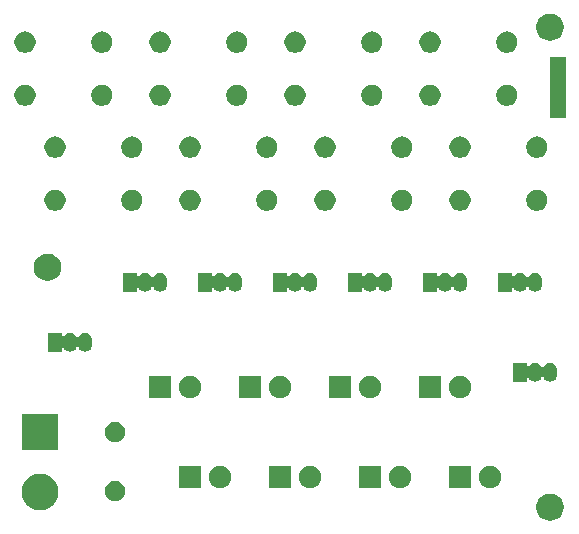
<source format=gts>
G04 #@! TF.GenerationSoftware,KiCad,Pcbnew,(5.1.2)-1*
G04 #@! TF.CreationDate,2019-05-02T22:44:15-07:00*
G04 #@! TF.ProjectId,gen3piano,67656e33-7069-4616-9e6f-2e6b69636164,rev?*
G04 #@! TF.SameCoordinates,PXe88b40PYc1c960*
G04 #@! TF.FileFunction,Soldermask,Top*
G04 #@! TF.FilePolarity,Negative*
%FSLAX46Y46*%
G04 Gerber Fmt 4.6, Leading zero omitted, Abs format (unit mm)*
G04 Created by KiCad (PCBNEW (5.1.2)-1) date 2019-05-02 22:44:15*
%MOMM*%
%LPD*%
G04 APERTURE LIST*
%ADD10C,0.100000*%
G04 APERTURE END LIST*
D10*
G36*
X48260000Y-10160000D02*
G01*
X46990000Y-10160000D01*
X46990000Y-5080000D01*
X48260000Y-5080000D01*
X48260000Y-10160000D01*
G37*
X48260000Y-10160000D02*
X46990000Y-10160000D01*
X46990000Y-5080000D01*
X48260000Y-5080000D01*
X48260000Y-10160000D01*
G36*
X47214549Y-42051116D02*
G01*
X47325734Y-42073232D01*
X47535203Y-42159997D01*
X47723720Y-42285960D01*
X47884040Y-42446280D01*
X47976160Y-42584148D01*
X48010004Y-42634799D01*
X48014094Y-42644674D01*
X48096768Y-42844266D01*
X48141000Y-43066636D01*
X48141000Y-43293364D01*
X48096768Y-43515734D01*
X48010003Y-43725203D01*
X47884040Y-43913720D01*
X47723720Y-44074040D01*
X47535203Y-44200003D01*
X47325734Y-44286768D01*
X47214549Y-44308884D01*
X47103365Y-44331000D01*
X46876635Y-44331000D01*
X46765451Y-44308884D01*
X46654266Y-44286768D01*
X46444797Y-44200003D01*
X46256280Y-44074040D01*
X46095960Y-43913720D01*
X45969997Y-43725203D01*
X45883232Y-43515734D01*
X45839000Y-43293364D01*
X45839000Y-43066636D01*
X45883232Y-42844266D01*
X45965906Y-42644674D01*
X45969996Y-42634799D01*
X46003840Y-42584148D01*
X46095960Y-42446280D01*
X46256280Y-42285960D01*
X46444797Y-42159997D01*
X46654266Y-42073232D01*
X46765451Y-42051116D01*
X46876635Y-42029000D01*
X47103365Y-42029000D01*
X47214549Y-42051116D01*
X47214549Y-42051116D01*
G37*
G36*
X3980879Y-40362604D02*
G01*
X4262410Y-40418604D01*
X4544674Y-40535521D01*
X4798705Y-40705259D01*
X5014741Y-40921295D01*
X5184479Y-41175326D01*
X5301396Y-41457590D01*
X5361000Y-41757240D01*
X5361000Y-42062760D01*
X5301396Y-42362410D01*
X5184479Y-42644674D01*
X5014741Y-42898705D01*
X4798705Y-43114741D01*
X4544674Y-43284479D01*
X4262410Y-43401396D01*
X4112585Y-43431198D01*
X3962761Y-43461000D01*
X3657239Y-43461000D01*
X3507415Y-43431198D01*
X3357590Y-43401396D01*
X3075326Y-43284479D01*
X2821295Y-43114741D01*
X2605259Y-42898705D01*
X2435521Y-42644674D01*
X2318604Y-42362410D01*
X2259000Y-42062760D01*
X2259000Y-41757240D01*
X2318604Y-41457590D01*
X2435521Y-41175326D01*
X2605259Y-40921295D01*
X2821295Y-40705259D01*
X3075326Y-40535521D01*
X3357590Y-40418604D01*
X3639121Y-40362604D01*
X3657239Y-40359000D01*
X3962761Y-40359000D01*
X3980879Y-40362604D01*
X3980879Y-40362604D01*
G37*
G36*
X10408228Y-41011703D02*
G01*
X10563100Y-41075853D01*
X10702481Y-41168985D01*
X10821015Y-41287519D01*
X10914147Y-41426900D01*
X10978297Y-41581772D01*
X11011000Y-41746184D01*
X11011000Y-41913816D01*
X10978297Y-42078228D01*
X10914147Y-42233100D01*
X10821015Y-42372481D01*
X10702481Y-42491015D01*
X10563100Y-42584147D01*
X10408228Y-42648297D01*
X10243816Y-42681000D01*
X10076184Y-42681000D01*
X9911772Y-42648297D01*
X9756900Y-42584147D01*
X9617519Y-42491015D01*
X9498985Y-42372481D01*
X9405853Y-42233100D01*
X9341703Y-42078228D01*
X9309000Y-41913816D01*
X9309000Y-41746184D01*
X9341703Y-41581772D01*
X9405853Y-41426900D01*
X9498985Y-41287519D01*
X9617519Y-41168985D01*
X9756900Y-41075853D01*
X9911772Y-41011703D01*
X10076184Y-40979000D01*
X10243816Y-40979000D01*
X10408228Y-41011703D01*
X10408228Y-41011703D01*
G37*
G36*
X34567395Y-39725546D02*
G01*
X34740466Y-39797234D01*
X34740467Y-39797235D01*
X34896227Y-39901310D01*
X35028690Y-40033773D01*
X35028691Y-40033775D01*
X35132766Y-40189534D01*
X35204454Y-40362605D01*
X35241000Y-40546333D01*
X35241000Y-40733667D01*
X35204454Y-40917395D01*
X35132766Y-41090466D01*
X35132765Y-41090467D01*
X35028690Y-41246227D01*
X34896227Y-41378690D01*
X34824075Y-41426900D01*
X34740466Y-41482766D01*
X34567395Y-41554454D01*
X34383667Y-41591000D01*
X34196333Y-41591000D01*
X34012605Y-41554454D01*
X33839534Y-41482766D01*
X33755925Y-41426900D01*
X33683773Y-41378690D01*
X33551310Y-41246227D01*
X33447235Y-41090467D01*
X33447234Y-41090466D01*
X33375546Y-40917395D01*
X33339000Y-40733667D01*
X33339000Y-40546333D01*
X33375546Y-40362605D01*
X33447234Y-40189534D01*
X33551309Y-40033775D01*
X33551310Y-40033773D01*
X33683773Y-39901310D01*
X33839533Y-39797235D01*
X33839534Y-39797234D01*
X34012605Y-39725546D01*
X34196333Y-39689000D01*
X34383667Y-39689000D01*
X34567395Y-39725546D01*
X34567395Y-39725546D01*
G37*
G36*
X42187395Y-39725546D02*
G01*
X42360466Y-39797234D01*
X42360467Y-39797235D01*
X42516227Y-39901310D01*
X42648690Y-40033773D01*
X42648691Y-40033775D01*
X42752766Y-40189534D01*
X42824454Y-40362605D01*
X42861000Y-40546333D01*
X42861000Y-40733667D01*
X42824454Y-40917395D01*
X42752766Y-41090466D01*
X42752765Y-41090467D01*
X42648690Y-41246227D01*
X42516227Y-41378690D01*
X42444075Y-41426900D01*
X42360466Y-41482766D01*
X42187395Y-41554454D01*
X42003667Y-41591000D01*
X41816333Y-41591000D01*
X41632605Y-41554454D01*
X41459534Y-41482766D01*
X41375925Y-41426900D01*
X41303773Y-41378690D01*
X41171310Y-41246227D01*
X41067235Y-41090467D01*
X41067234Y-41090466D01*
X40995546Y-40917395D01*
X40959000Y-40733667D01*
X40959000Y-40546333D01*
X40995546Y-40362605D01*
X41067234Y-40189534D01*
X41171309Y-40033775D01*
X41171310Y-40033773D01*
X41303773Y-39901310D01*
X41459533Y-39797235D01*
X41459534Y-39797234D01*
X41632605Y-39725546D01*
X41816333Y-39689000D01*
X42003667Y-39689000D01*
X42187395Y-39725546D01*
X42187395Y-39725546D01*
G37*
G36*
X40321000Y-41591000D02*
G01*
X38419000Y-41591000D01*
X38419000Y-39689000D01*
X40321000Y-39689000D01*
X40321000Y-41591000D01*
X40321000Y-41591000D01*
G37*
G36*
X32701000Y-41591000D02*
G01*
X30799000Y-41591000D01*
X30799000Y-39689000D01*
X32701000Y-39689000D01*
X32701000Y-41591000D01*
X32701000Y-41591000D01*
G37*
G36*
X26947395Y-39725546D02*
G01*
X27120466Y-39797234D01*
X27120467Y-39797235D01*
X27276227Y-39901310D01*
X27408690Y-40033773D01*
X27408691Y-40033775D01*
X27512766Y-40189534D01*
X27584454Y-40362605D01*
X27621000Y-40546333D01*
X27621000Y-40733667D01*
X27584454Y-40917395D01*
X27512766Y-41090466D01*
X27512765Y-41090467D01*
X27408690Y-41246227D01*
X27276227Y-41378690D01*
X27204075Y-41426900D01*
X27120466Y-41482766D01*
X26947395Y-41554454D01*
X26763667Y-41591000D01*
X26576333Y-41591000D01*
X26392605Y-41554454D01*
X26219534Y-41482766D01*
X26135925Y-41426900D01*
X26063773Y-41378690D01*
X25931310Y-41246227D01*
X25827235Y-41090467D01*
X25827234Y-41090466D01*
X25755546Y-40917395D01*
X25719000Y-40733667D01*
X25719000Y-40546333D01*
X25755546Y-40362605D01*
X25827234Y-40189534D01*
X25931309Y-40033775D01*
X25931310Y-40033773D01*
X26063773Y-39901310D01*
X26219533Y-39797235D01*
X26219534Y-39797234D01*
X26392605Y-39725546D01*
X26576333Y-39689000D01*
X26763667Y-39689000D01*
X26947395Y-39725546D01*
X26947395Y-39725546D01*
G37*
G36*
X25081000Y-41591000D02*
G01*
X23179000Y-41591000D01*
X23179000Y-39689000D01*
X25081000Y-39689000D01*
X25081000Y-41591000D01*
X25081000Y-41591000D01*
G37*
G36*
X19327395Y-39725546D02*
G01*
X19500466Y-39797234D01*
X19500467Y-39797235D01*
X19656227Y-39901310D01*
X19788690Y-40033773D01*
X19788691Y-40033775D01*
X19892766Y-40189534D01*
X19964454Y-40362605D01*
X20001000Y-40546333D01*
X20001000Y-40733667D01*
X19964454Y-40917395D01*
X19892766Y-41090466D01*
X19892765Y-41090467D01*
X19788690Y-41246227D01*
X19656227Y-41378690D01*
X19584075Y-41426900D01*
X19500466Y-41482766D01*
X19327395Y-41554454D01*
X19143667Y-41591000D01*
X18956333Y-41591000D01*
X18772605Y-41554454D01*
X18599534Y-41482766D01*
X18515925Y-41426900D01*
X18443773Y-41378690D01*
X18311310Y-41246227D01*
X18207235Y-41090467D01*
X18207234Y-41090466D01*
X18135546Y-40917395D01*
X18099000Y-40733667D01*
X18099000Y-40546333D01*
X18135546Y-40362605D01*
X18207234Y-40189534D01*
X18311309Y-40033775D01*
X18311310Y-40033773D01*
X18443773Y-39901310D01*
X18599533Y-39797235D01*
X18599534Y-39797234D01*
X18772605Y-39725546D01*
X18956333Y-39689000D01*
X19143667Y-39689000D01*
X19327395Y-39725546D01*
X19327395Y-39725546D01*
G37*
G36*
X17461000Y-41591000D02*
G01*
X15559000Y-41591000D01*
X15559000Y-39689000D01*
X17461000Y-39689000D01*
X17461000Y-41591000D01*
X17461000Y-41591000D01*
G37*
G36*
X5361000Y-38381000D02*
G01*
X2259000Y-38381000D01*
X2259000Y-35279000D01*
X5361000Y-35279000D01*
X5361000Y-38381000D01*
X5361000Y-38381000D01*
G37*
G36*
X10408228Y-36011703D02*
G01*
X10563100Y-36075853D01*
X10702481Y-36168985D01*
X10821015Y-36287519D01*
X10914147Y-36426900D01*
X10978297Y-36581772D01*
X11011000Y-36746184D01*
X11011000Y-36913816D01*
X10978297Y-37078228D01*
X10914147Y-37233100D01*
X10821015Y-37372481D01*
X10702481Y-37491015D01*
X10563100Y-37584147D01*
X10408228Y-37648297D01*
X10243816Y-37681000D01*
X10076184Y-37681000D01*
X9911772Y-37648297D01*
X9756900Y-37584147D01*
X9617519Y-37491015D01*
X9498985Y-37372481D01*
X9405853Y-37233100D01*
X9341703Y-37078228D01*
X9309000Y-36913816D01*
X9309000Y-36746184D01*
X9341703Y-36581772D01*
X9405853Y-36426900D01*
X9498985Y-36287519D01*
X9617519Y-36168985D01*
X9756900Y-36075853D01*
X9911772Y-36011703D01*
X10076184Y-35979000D01*
X10243816Y-35979000D01*
X10408228Y-36011703D01*
X10408228Y-36011703D01*
G37*
G36*
X30161000Y-33971000D02*
G01*
X28259000Y-33971000D01*
X28259000Y-32069000D01*
X30161000Y-32069000D01*
X30161000Y-33971000D01*
X30161000Y-33971000D01*
G37*
G36*
X14921000Y-33971000D02*
G01*
X13019000Y-33971000D01*
X13019000Y-32069000D01*
X14921000Y-32069000D01*
X14921000Y-33971000D01*
X14921000Y-33971000D01*
G37*
G36*
X16787395Y-32105546D02*
G01*
X16960466Y-32177234D01*
X16989292Y-32196495D01*
X17116227Y-32281310D01*
X17248690Y-32413773D01*
X17248691Y-32413775D01*
X17352766Y-32569534D01*
X17424454Y-32742605D01*
X17461000Y-32926333D01*
X17461000Y-33113667D01*
X17424454Y-33297395D01*
X17352766Y-33470466D01*
X17352765Y-33470467D01*
X17248690Y-33626227D01*
X17116227Y-33758690D01*
X17037818Y-33811081D01*
X16960466Y-33862766D01*
X16787395Y-33934454D01*
X16603667Y-33971000D01*
X16416333Y-33971000D01*
X16232605Y-33934454D01*
X16059534Y-33862766D01*
X15982182Y-33811081D01*
X15903773Y-33758690D01*
X15771310Y-33626227D01*
X15667235Y-33470467D01*
X15667234Y-33470466D01*
X15595546Y-33297395D01*
X15559000Y-33113667D01*
X15559000Y-32926333D01*
X15595546Y-32742605D01*
X15667234Y-32569534D01*
X15771309Y-32413775D01*
X15771310Y-32413773D01*
X15903773Y-32281310D01*
X16030708Y-32196495D01*
X16059534Y-32177234D01*
X16232605Y-32105546D01*
X16416333Y-32069000D01*
X16603667Y-32069000D01*
X16787395Y-32105546D01*
X16787395Y-32105546D01*
G37*
G36*
X22541000Y-33971000D02*
G01*
X20639000Y-33971000D01*
X20639000Y-32069000D01*
X22541000Y-32069000D01*
X22541000Y-33971000D01*
X22541000Y-33971000D01*
G37*
G36*
X24407395Y-32105546D02*
G01*
X24580466Y-32177234D01*
X24609292Y-32196495D01*
X24736227Y-32281310D01*
X24868690Y-32413773D01*
X24868691Y-32413775D01*
X24972766Y-32569534D01*
X25044454Y-32742605D01*
X25081000Y-32926333D01*
X25081000Y-33113667D01*
X25044454Y-33297395D01*
X24972766Y-33470466D01*
X24972765Y-33470467D01*
X24868690Y-33626227D01*
X24736227Y-33758690D01*
X24657818Y-33811081D01*
X24580466Y-33862766D01*
X24407395Y-33934454D01*
X24223667Y-33971000D01*
X24036333Y-33971000D01*
X23852605Y-33934454D01*
X23679534Y-33862766D01*
X23602182Y-33811081D01*
X23523773Y-33758690D01*
X23391310Y-33626227D01*
X23287235Y-33470467D01*
X23287234Y-33470466D01*
X23215546Y-33297395D01*
X23179000Y-33113667D01*
X23179000Y-32926333D01*
X23215546Y-32742605D01*
X23287234Y-32569534D01*
X23391309Y-32413775D01*
X23391310Y-32413773D01*
X23523773Y-32281310D01*
X23650708Y-32196495D01*
X23679534Y-32177234D01*
X23852605Y-32105546D01*
X24036333Y-32069000D01*
X24223667Y-32069000D01*
X24407395Y-32105546D01*
X24407395Y-32105546D01*
G37*
G36*
X39647395Y-32105546D02*
G01*
X39820466Y-32177234D01*
X39849292Y-32196495D01*
X39976227Y-32281310D01*
X40108690Y-32413773D01*
X40108691Y-32413775D01*
X40212766Y-32569534D01*
X40284454Y-32742605D01*
X40321000Y-32926333D01*
X40321000Y-33113667D01*
X40284454Y-33297395D01*
X40212766Y-33470466D01*
X40212765Y-33470467D01*
X40108690Y-33626227D01*
X39976227Y-33758690D01*
X39897818Y-33811081D01*
X39820466Y-33862766D01*
X39647395Y-33934454D01*
X39463667Y-33971000D01*
X39276333Y-33971000D01*
X39092605Y-33934454D01*
X38919534Y-33862766D01*
X38842182Y-33811081D01*
X38763773Y-33758690D01*
X38631310Y-33626227D01*
X38527235Y-33470467D01*
X38527234Y-33470466D01*
X38455546Y-33297395D01*
X38419000Y-33113667D01*
X38419000Y-32926333D01*
X38455546Y-32742605D01*
X38527234Y-32569534D01*
X38631309Y-32413775D01*
X38631310Y-32413773D01*
X38763773Y-32281310D01*
X38890708Y-32196495D01*
X38919534Y-32177234D01*
X39092605Y-32105546D01*
X39276333Y-32069000D01*
X39463667Y-32069000D01*
X39647395Y-32105546D01*
X39647395Y-32105546D01*
G37*
G36*
X37781000Y-33971000D02*
G01*
X35879000Y-33971000D01*
X35879000Y-32069000D01*
X37781000Y-32069000D01*
X37781000Y-33971000D01*
X37781000Y-33971000D01*
G37*
G36*
X32027395Y-32105546D02*
G01*
X32200466Y-32177234D01*
X32229292Y-32196495D01*
X32356227Y-32281310D01*
X32488690Y-32413773D01*
X32488691Y-32413775D01*
X32592766Y-32569534D01*
X32664454Y-32742605D01*
X32701000Y-32926333D01*
X32701000Y-33113667D01*
X32664454Y-33297395D01*
X32592766Y-33470466D01*
X32592765Y-33470467D01*
X32488690Y-33626227D01*
X32356227Y-33758690D01*
X32277818Y-33811081D01*
X32200466Y-33862766D01*
X32027395Y-33934454D01*
X31843667Y-33971000D01*
X31656333Y-33971000D01*
X31472605Y-33934454D01*
X31299534Y-33862766D01*
X31222182Y-33811081D01*
X31143773Y-33758690D01*
X31011310Y-33626227D01*
X30907235Y-33470467D01*
X30907234Y-33470466D01*
X30835546Y-33297395D01*
X30799000Y-33113667D01*
X30799000Y-32926333D01*
X30835546Y-32742605D01*
X30907234Y-32569534D01*
X31011309Y-32413775D01*
X31011310Y-32413773D01*
X31143773Y-32281310D01*
X31270708Y-32196495D01*
X31299534Y-32177234D01*
X31472605Y-32105546D01*
X31656333Y-32069000D01*
X31843667Y-32069000D01*
X32027395Y-32105546D01*
X32027395Y-32105546D01*
G37*
G36*
X47102915Y-30957334D02*
G01*
X47211491Y-30990271D01*
X47211494Y-30990272D01*
X47247600Y-31009571D01*
X47311556Y-31043756D01*
X47399264Y-31115736D01*
X47471244Y-31203443D01*
X47505429Y-31267399D01*
X47524728Y-31303505D01*
X47524729Y-31303508D01*
X47557666Y-31412084D01*
X47566000Y-31496702D01*
X47566000Y-32003297D01*
X47557666Y-32087916D01*
X47525252Y-32194767D01*
X47524728Y-32196495D01*
X47514761Y-32215141D01*
X47471244Y-32296557D01*
X47399264Y-32384264D01*
X47311557Y-32456244D01*
X47247601Y-32490429D01*
X47211495Y-32509728D01*
X47211492Y-32509729D01*
X47102916Y-32542666D01*
X46990000Y-32553787D01*
X46877085Y-32542666D01*
X46768509Y-32509729D01*
X46768506Y-32509728D01*
X46732400Y-32490429D01*
X46668444Y-32456244D01*
X46580737Y-32384264D01*
X46508757Y-32296557D01*
X46465239Y-32215141D01*
X46451625Y-32194766D01*
X46434298Y-32177439D01*
X46413924Y-32163826D01*
X46391285Y-32154448D01*
X46367252Y-32149668D01*
X46342748Y-32149668D01*
X46318715Y-32154448D01*
X46296076Y-32163826D01*
X46275701Y-32177440D01*
X46258374Y-32194767D01*
X46244761Y-32215141D01*
X46201244Y-32296557D01*
X46129264Y-32384264D01*
X46041557Y-32456244D01*
X45977601Y-32490429D01*
X45941495Y-32509728D01*
X45941492Y-32509729D01*
X45832916Y-32542666D01*
X45720000Y-32553787D01*
X45607085Y-32542666D01*
X45498509Y-32509729D01*
X45498506Y-32509728D01*
X45462400Y-32490429D01*
X45398444Y-32456244D01*
X45310737Y-32384264D01*
X45247622Y-32307359D01*
X45230297Y-32290034D01*
X45209923Y-32276420D01*
X45187284Y-32267043D01*
X45163250Y-32262263D01*
X45138746Y-32262263D01*
X45114713Y-32267044D01*
X45092074Y-32276421D01*
X45071700Y-32290035D01*
X45054373Y-32307362D01*
X45040759Y-32327736D01*
X45031382Y-32350375D01*
X45026000Y-32386660D01*
X45026000Y-32551000D01*
X43874000Y-32551000D01*
X43874000Y-30949000D01*
X45026000Y-30949000D01*
X45026000Y-31113341D01*
X45028402Y-31137727D01*
X45035515Y-31161176D01*
X45047066Y-31182787D01*
X45062611Y-31201729D01*
X45081553Y-31217274D01*
X45103164Y-31228825D01*
X45126613Y-31235938D01*
X45150999Y-31238340D01*
X45175385Y-31235938D01*
X45198834Y-31228825D01*
X45220445Y-31217274D01*
X45239387Y-31201729D01*
X45247608Y-31192657D01*
X45310736Y-31115736D01*
X45398443Y-31043756D01*
X45462399Y-31009571D01*
X45498505Y-30990272D01*
X45498508Y-30990271D01*
X45607084Y-30957334D01*
X45720000Y-30946213D01*
X45832915Y-30957334D01*
X45941491Y-30990271D01*
X45941494Y-30990272D01*
X45977600Y-31009571D01*
X46041556Y-31043756D01*
X46129264Y-31115736D01*
X46201244Y-31203443D01*
X46244761Y-31284859D01*
X46258375Y-31305234D01*
X46275702Y-31322561D01*
X46296076Y-31336174D01*
X46318715Y-31345552D01*
X46342748Y-31350332D01*
X46367252Y-31350332D01*
X46391285Y-31345552D01*
X46413924Y-31336174D01*
X46434299Y-31322560D01*
X46451626Y-31305233D01*
X46465239Y-31284860D01*
X46508756Y-31203444D01*
X46580736Y-31115736D01*
X46668443Y-31043756D01*
X46732399Y-31009571D01*
X46768505Y-30990272D01*
X46768508Y-30990271D01*
X46877084Y-30957334D01*
X46990000Y-30946213D01*
X47102915Y-30957334D01*
X47102915Y-30957334D01*
G37*
G36*
X7732915Y-28417334D02*
G01*
X7841491Y-28450271D01*
X7841494Y-28450272D01*
X7877600Y-28469571D01*
X7941556Y-28503756D01*
X8029264Y-28575736D01*
X8101244Y-28663443D01*
X8135429Y-28727399D01*
X8154728Y-28763505D01*
X8154729Y-28763508D01*
X8187666Y-28872084D01*
X8196000Y-28956702D01*
X8196000Y-29463297D01*
X8187666Y-29547916D01*
X8155252Y-29654767D01*
X8154728Y-29656495D01*
X8144761Y-29675141D01*
X8101244Y-29756557D01*
X8029264Y-29844264D01*
X7941557Y-29916244D01*
X7877601Y-29950429D01*
X7841495Y-29969728D01*
X7841492Y-29969729D01*
X7732916Y-30002666D01*
X7620000Y-30013787D01*
X7507085Y-30002666D01*
X7398509Y-29969729D01*
X7398506Y-29969728D01*
X7362400Y-29950429D01*
X7298444Y-29916244D01*
X7210737Y-29844264D01*
X7138757Y-29756557D01*
X7095239Y-29675141D01*
X7081625Y-29654766D01*
X7064298Y-29637439D01*
X7043924Y-29623826D01*
X7021285Y-29614448D01*
X6997252Y-29609668D01*
X6972748Y-29609668D01*
X6948715Y-29614448D01*
X6926076Y-29623826D01*
X6905701Y-29637440D01*
X6888374Y-29654767D01*
X6874761Y-29675141D01*
X6831244Y-29756557D01*
X6759264Y-29844264D01*
X6671557Y-29916244D01*
X6607601Y-29950429D01*
X6571495Y-29969728D01*
X6571492Y-29969729D01*
X6462916Y-30002666D01*
X6350000Y-30013787D01*
X6237085Y-30002666D01*
X6128509Y-29969729D01*
X6128506Y-29969728D01*
X6092400Y-29950429D01*
X6028444Y-29916244D01*
X5940737Y-29844264D01*
X5877622Y-29767359D01*
X5860297Y-29750034D01*
X5839923Y-29736420D01*
X5817284Y-29727043D01*
X5793250Y-29722263D01*
X5768746Y-29722263D01*
X5744713Y-29727044D01*
X5722074Y-29736421D01*
X5701700Y-29750035D01*
X5684373Y-29767362D01*
X5670759Y-29787736D01*
X5661382Y-29810375D01*
X5656000Y-29846660D01*
X5656000Y-30011000D01*
X4504000Y-30011000D01*
X4504000Y-28409000D01*
X5656000Y-28409000D01*
X5656000Y-28573341D01*
X5658402Y-28597727D01*
X5665515Y-28621176D01*
X5677066Y-28642787D01*
X5692611Y-28661729D01*
X5711553Y-28677274D01*
X5733164Y-28688825D01*
X5756613Y-28695938D01*
X5780999Y-28698340D01*
X5805385Y-28695938D01*
X5828834Y-28688825D01*
X5850445Y-28677274D01*
X5869387Y-28661729D01*
X5877608Y-28652657D01*
X5940736Y-28575736D01*
X6028443Y-28503756D01*
X6092399Y-28469571D01*
X6128505Y-28450272D01*
X6128508Y-28450271D01*
X6237084Y-28417334D01*
X6350000Y-28406213D01*
X6462915Y-28417334D01*
X6571491Y-28450271D01*
X6571494Y-28450272D01*
X6607600Y-28469571D01*
X6671556Y-28503756D01*
X6759264Y-28575736D01*
X6831244Y-28663443D01*
X6874761Y-28744859D01*
X6888375Y-28765234D01*
X6905702Y-28782561D01*
X6926076Y-28796174D01*
X6948715Y-28805552D01*
X6972748Y-28810332D01*
X6997252Y-28810332D01*
X7021285Y-28805552D01*
X7043924Y-28796174D01*
X7064299Y-28782560D01*
X7081626Y-28765233D01*
X7095239Y-28744860D01*
X7138756Y-28663444D01*
X7210736Y-28575736D01*
X7298443Y-28503756D01*
X7362399Y-28469571D01*
X7398505Y-28450272D01*
X7398508Y-28450271D01*
X7507084Y-28417334D01*
X7620000Y-28406213D01*
X7732915Y-28417334D01*
X7732915Y-28417334D01*
G37*
G36*
X20432915Y-23337334D02*
G01*
X20541491Y-23370271D01*
X20541494Y-23370272D01*
X20577600Y-23389571D01*
X20641556Y-23423756D01*
X20729264Y-23495736D01*
X20801244Y-23583443D01*
X20835429Y-23647399D01*
X20854728Y-23683505D01*
X20854729Y-23683508D01*
X20887666Y-23792084D01*
X20896000Y-23876702D01*
X20896000Y-24383297D01*
X20887666Y-24467916D01*
X20855252Y-24574767D01*
X20854728Y-24576495D01*
X20844761Y-24595141D01*
X20801244Y-24676557D01*
X20729264Y-24764264D01*
X20641557Y-24836244D01*
X20577601Y-24870429D01*
X20541495Y-24889728D01*
X20541492Y-24889729D01*
X20432916Y-24922666D01*
X20320000Y-24933787D01*
X20207085Y-24922666D01*
X20098509Y-24889729D01*
X20098506Y-24889728D01*
X20062400Y-24870429D01*
X19998444Y-24836244D01*
X19910737Y-24764264D01*
X19838757Y-24676557D01*
X19795239Y-24595141D01*
X19781625Y-24574766D01*
X19764298Y-24557439D01*
X19743924Y-24543826D01*
X19721285Y-24534448D01*
X19697252Y-24529668D01*
X19672748Y-24529668D01*
X19648715Y-24534448D01*
X19626076Y-24543826D01*
X19605701Y-24557440D01*
X19588374Y-24574767D01*
X19574761Y-24595141D01*
X19531244Y-24676557D01*
X19459264Y-24764264D01*
X19371557Y-24836244D01*
X19307601Y-24870429D01*
X19271495Y-24889728D01*
X19271492Y-24889729D01*
X19162916Y-24922666D01*
X19050000Y-24933787D01*
X18937085Y-24922666D01*
X18828509Y-24889729D01*
X18828506Y-24889728D01*
X18792400Y-24870429D01*
X18728444Y-24836244D01*
X18640737Y-24764264D01*
X18577622Y-24687359D01*
X18560297Y-24670034D01*
X18539923Y-24656420D01*
X18517284Y-24647043D01*
X18493250Y-24642263D01*
X18468746Y-24642263D01*
X18444713Y-24647044D01*
X18422074Y-24656421D01*
X18401700Y-24670035D01*
X18384373Y-24687362D01*
X18370759Y-24707736D01*
X18361382Y-24730375D01*
X18356000Y-24766660D01*
X18356000Y-24931000D01*
X17204000Y-24931000D01*
X17204000Y-23329000D01*
X18356000Y-23329000D01*
X18356000Y-23493341D01*
X18358402Y-23517727D01*
X18365515Y-23541176D01*
X18377066Y-23562787D01*
X18392611Y-23581729D01*
X18411553Y-23597274D01*
X18433164Y-23608825D01*
X18456613Y-23615938D01*
X18480999Y-23618340D01*
X18505385Y-23615938D01*
X18528834Y-23608825D01*
X18550445Y-23597274D01*
X18569387Y-23581729D01*
X18577608Y-23572657D01*
X18640736Y-23495736D01*
X18728443Y-23423756D01*
X18792399Y-23389571D01*
X18828505Y-23370272D01*
X18828508Y-23370271D01*
X18937084Y-23337334D01*
X19050000Y-23326213D01*
X19162915Y-23337334D01*
X19271491Y-23370271D01*
X19271494Y-23370272D01*
X19307600Y-23389571D01*
X19371556Y-23423756D01*
X19459264Y-23495736D01*
X19531244Y-23583443D01*
X19574761Y-23664859D01*
X19588375Y-23685234D01*
X19605702Y-23702561D01*
X19626076Y-23716174D01*
X19648715Y-23725552D01*
X19672748Y-23730332D01*
X19697252Y-23730332D01*
X19721285Y-23725552D01*
X19743924Y-23716174D01*
X19764299Y-23702560D01*
X19781626Y-23685233D01*
X19795239Y-23664860D01*
X19838756Y-23583444D01*
X19910736Y-23495736D01*
X19998443Y-23423756D01*
X20062399Y-23389571D01*
X20098505Y-23370272D01*
X20098508Y-23370271D01*
X20207084Y-23337334D01*
X20320000Y-23326213D01*
X20432915Y-23337334D01*
X20432915Y-23337334D01*
G37*
G36*
X26782915Y-23337334D02*
G01*
X26891491Y-23370271D01*
X26891494Y-23370272D01*
X26927600Y-23389571D01*
X26991556Y-23423756D01*
X27079264Y-23495736D01*
X27151244Y-23583443D01*
X27185429Y-23647399D01*
X27204728Y-23683505D01*
X27204729Y-23683508D01*
X27237666Y-23792084D01*
X27246000Y-23876702D01*
X27246000Y-24383297D01*
X27237666Y-24467916D01*
X27205252Y-24574767D01*
X27204728Y-24576495D01*
X27194761Y-24595141D01*
X27151244Y-24676557D01*
X27079264Y-24764264D01*
X26991557Y-24836244D01*
X26927601Y-24870429D01*
X26891495Y-24889728D01*
X26891492Y-24889729D01*
X26782916Y-24922666D01*
X26670000Y-24933787D01*
X26557085Y-24922666D01*
X26448509Y-24889729D01*
X26448506Y-24889728D01*
X26412400Y-24870429D01*
X26348444Y-24836244D01*
X26260737Y-24764264D01*
X26188757Y-24676557D01*
X26145239Y-24595141D01*
X26131625Y-24574766D01*
X26114298Y-24557439D01*
X26093924Y-24543826D01*
X26071285Y-24534448D01*
X26047252Y-24529668D01*
X26022748Y-24529668D01*
X25998715Y-24534448D01*
X25976076Y-24543826D01*
X25955701Y-24557440D01*
X25938374Y-24574767D01*
X25924761Y-24595141D01*
X25881244Y-24676557D01*
X25809264Y-24764264D01*
X25721557Y-24836244D01*
X25657601Y-24870429D01*
X25621495Y-24889728D01*
X25621492Y-24889729D01*
X25512916Y-24922666D01*
X25400000Y-24933787D01*
X25287085Y-24922666D01*
X25178509Y-24889729D01*
X25178506Y-24889728D01*
X25142400Y-24870429D01*
X25078444Y-24836244D01*
X24990737Y-24764264D01*
X24927622Y-24687359D01*
X24910297Y-24670034D01*
X24889923Y-24656420D01*
X24867284Y-24647043D01*
X24843250Y-24642263D01*
X24818746Y-24642263D01*
X24794713Y-24647044D01*
X24772074Y-24656421D01*
X24751700Y-24670035D01*
X24734373Y-24687362D01*
X24720759Y-24707736D01*
X24711382Y-24730375D01*
X24706000Y-24766660D01*
X24706000Y-24931000D01*
X23554000Y-24931000D01*
X23554000Y-23329000D01*
X24706000Y-23329000D01*
X24706000Y-23493341D01*
X24708402Y-23517727D01*
X24715515Y-23541176D01*
X24727066Y-23562787D01*
X24742611Y-23581729D01*
X24761553Y-23597274D01*
X24783164Y-23608825D01*
X24806613Y-23615938D01*
X24830999Y-23618340D01*
X24855385Y-23615938D01*
X24878834Y-23608825D01*
X24900445Y-23597274D01*
X24919387Y-23581729D01*
X24927608Y-23572657D01*
X24990736Y-23495736D01*
X25078443Y-23423756D01*
X25142399Y-23389571D01*
X25178505Y-23370272D01*
X25178508Y-23370271D01*
X25287084Y-23337334D01*
X25400000Y-23326213D01*
X25512915Y-23337334D01*
X25621491Y-23370271D01*
X25621494Y-23370272D01*
X25657600Y-23389571D01*
X25721556Y-23423756D01*
X25809264Y-23495736D01*
X25881244Y-23583443D01*
X25924761Y-23664859D01*
X25938375Y-23685234D01*
X25955702Y-23702561D01*
X25976076Y-23716174D01*
X25998715Y-23725552D01*
X26022748Y-23730332D01*
X26047252Y-23730332D01*
X26071285Y-23725552D01*
X26093924Y-23716174D01*
X26114299Y-23702560D01*
X26131626Y-23685233D01*
X26145239Y-23664860D01*
X26188756Y-23583444D01*
X26260736Y-23495736D01*
X26348443Y-23423756D01*
X26412399Y-23389571D01*
X26448505Y-23370272D01*
X26448508Y-23370271D01*
X26557084Y-23337334D01*
X26670000Y-23326213D01*
X26782915Y-23337334D01*
X26782915Y-23337334D01*
G37*
G36*
X33132915Y-23337334D02*
G01*
X33241491Y-23370271D01*
X33241494Y-23370272D01*
X33277600Y-23389571D01*
X33341556Y-23423756D01*
X33429264Y-23495736D01*
X33501244Y-23583443D01*
X33535429Y-23647399D01*
X33554728Y-23683505D01*
X33554729Y-23683508D01*
X33587666Y-23792084D01*
X33596000Y-23876702D01*
X33596000Y-24383297D01*
X33587666Y-24467916D01*
X33555252Y-24574767D01*
X33554728Y-24576495D01*
X33544761Y-24595141D01*
X33501244Y-24676557D01*
X33429264Y-24764264D01*
X33341557Y-24836244D01*
X33277601Y-24870429D01*
X33241495Y-24889728D01*
X33241492Y-24889729D01*
X33132916Y-24922666D01*
X33020000Y-24933787D01*
X32907085Y-24922666D01*
X32798509Y-24889729D01*
X32798506Y-24889728D01*
X32762400Y-24870429D01*
X32698444Y-24836244D01*
X32610737Y-24764264D01*
X32538757Y-24676557D01*
X32495239Y-24595141D01*
X32481625Y-24574766D01*
X32464298Y-24557439D01*
X32443924Y-24543826D01*
X32421285Y-24534448D01*
X32397252Y-24529668D01*
X32372748Y-24529668D01*
X32348715Y-24534448D01*
X32326076Y-24543826D01*
X32305701Y-24557440D01*
X32288374Y-24574767D01*
X32274761Y-24595141D01*
X32231244Y-24676557D01*
X32159264Y-24764264D01*
X32071557Y-24836244D01*
X32007601Y-24870429D01*
X31971495Y-24889728D01*
X31971492Y-24889729D01*
X31862916Y-24922666D01*
X31750000Y-24933787D01*
X31637085Y-24922666D01*
X31528509Y-24889729D01*
X31528506Y-24889728D01*
X31492400Y-24870429D01*
X31428444Y-24836244D01*
X31340737Y-24764264D01*
X31277622Y-24687359D01*
X31260297Y-24670034D01*
X31239923Y-24656420D01*
X31217284Y-24647043D01*
X31193250Y-24642263D01*
X31168746Y-24642263D01*
X31144713Y-24647044D01*
X31122074Y-24656421D01*
X31101700Y-24670035D01*
X31084373Y-24687362D01*
X31070759Y-24707736D01*
X31061382Y-24730375D01*
X31056000Y-24766660D01*
X31056000Y-24931000D01*
X29904000Y-24931000D01*
X29904000Y-23329000D01*
X31056000Y-23329000D01*
X31056000Y-23493341D01*
X31058402Y-23517727D01*
X31065515Y-23541176D01*
X31077066Y-23562787D01*
X31092611Y-23581729D01*
X31111553Y-23597274D01*
X31133164Y-23608825D01*
X31156613Y-23615938D01*
X31180999Y-23618340D01*
X31205385Y-23615938D01*
X31228834Y-23608825D01*
X31250445Y-23597274D01*
X31269387Y-23581729D01*
X31277608Y-23572657D01*
X31340736Y-23495736D01*
X31428443Y-23423756D01*
X31492399Y-23389571D01*
X31528505Y-23370272D01*
X31528508Y-23370271D01*
X31637084Y-23337334D01*
X31750000Y-23326213D01*
X31862915Y-23337334D01*
X31971491Y-23370271D01*
X31971494Y-23370272D01*
X32007600Y-23389571D01*
X32071556Y-23423756D01*
X32159264Y-23495736D01*
X32231244Y-23583443D01*
X32274761Y-23664859D01*
X32288375Y-23685234D01*
X32305702Y-23702561D01*
X32326076Y-23716174D01*
X32348715Y-23725552D01*
X32372748Y-23730332D01*
X32397252Y-23730332D01*
X32421285Y-23725552D01*
X32443924Y-23716174D01*
X32464299Y-23702560D01*
X32481626Y-23685233D01*
X32495239Y-23664860D01*
X32538756Y-23583444D01*
X32610736Y-23495736D01*
X32698443Y-23423756D01*
X32762399Y-23389571D01*
X32798505Y-23370272D01*
X32798508Y-23370271D01*
X32907084Y-23337334D01*
X33020000Y-23326213D01*
X33132915Y-23337334D01*
X33132915Y-23337334D01*
G37*
G36*
X14082915Y-23337334D02*
G01*
X14191491Y-23370271D01*
X14191494Y-23370272D01*
X14227600Y-23389571D01*
X14291556Y-23423756D01*
X14379264Y-23495736D01*
X14451244Y-23583443D01*
X14485429Y-23647399D01*
X14504728Y-23683505D01*
X14504729Y-23683508D01*
X14537666Y-23792084D01*
X14546000Y-23876702D01*
X14546000Y-24383297D01*
X14537666Y-24467916D01*
X14505252Y-24574767D01*
X14504728Y-24576495D01*
X14494761Y-24595141D01*
X14451244Y-24676557D01*
X14379264Y-24764264D01*
X14291557Y-24836244D01*
X14227601Y-24870429D01*
X14191495Y-24889728D01*
X14191492Y-24889729D01*
X14082916Y-24922666D01*
X13970000Y-24933787D01*
X13857085Y-24922666D01*
X13748509Y-24889729D01*
X13748506Y-24889728D01*
X13712400Y-24870429D01*
X13648444Y-24836244D01*
X13560737Y-24764264D01*
X13488757Y-24676557D01*
X13445239Y-24595141D01*
X13431625Y-24574766D01*
X13414298Y-24557439D01*
X13393924Y-24543826D01*
X13371285Y-24534448D01*
X13347252Y-24529668D01*
X13322748Y-24529668D01*
X13298715Y-24534448D01*
X13276076Y-24543826D01*
X13255701Y-24557440D01*
X13238374Y-24574767D01*
X13224761Y-24595141D01*
X13181244Y-24676557D01*
X13109264Y-24764264D01*
X13021557Y-24836244D01*
X12957601Y-24870429D01*
X12921495Y-24889728D01*
X12921492Y-24889729D01*
X12812916Y-24922666D01*
X12700000Y-24933787D01*
X12587085Y-24922666D01*
X12478509Y-24889729D01*
X12478506Y-24889728D01*
X12442400Y-24870429D01*
X12378444Y-24836244D01*
X12290737Y-24764264D01*
X12227622Y-24687359D01*
X12210297Y-24670034D01*
X12189923Y-24656420D01*
X12167284Y-24647043D01*
X12143250Y-24642263D01*
X12118746Y-24642263D01*
X12094713Y-24647044D01*
X12072074Y-24656421D01*
X12051700Y-24670035D01*
X12034373Y-24687362D01*
X12020759Y-24707736D01*
X12011382Y-24730375D01*
X12006000Y-24766660D01*
X12006000Y-24931000D01*
X10854000Y-24931000D01*
X10854000Y-23329000D01*
X12006000Y-23329000D01*
X12006000Y-23493341D01*
X12008402Y-23517727D01*
X12015515Y-23541176D01*
X12027066Y-23562787D01*
X12042611Y-23581729D01*
X12061553Y-23597274D01*
X12083164Y-23608825D01*
X12106613Y-23615938D01*
X12130999Y-23618340D01*
X12155385Y-23615938D01*
X12178834Y-23608825D01*
X12200445Y-23597274D01*
X12219387Y-23581729D01*
X12227608Y-23572657D01*
X12290736Y-23495736D01*
X12378443Y-23423756D01*
X12442399Y-23389571D01*
X12478505Y-23370272D01*
X12478508Y-23370271D01*
X12587084Y-23337334D01*
X12700000Y-23326213D01*
X12812915Y-23337334D01*
X12921491Y-23370271D01*
X12921494Y-23370272D01*
X12957600Y-23389571D01*
X13021556Y-23423756D01*
X13109264Y-23495736D01*
X13181244Y-23583443D01*
X13224761Y-23664859D01*
X13238375Y-23685234D01*
X13255702Y-23702561D01*
X13276076Y-23716174D01*
X13298715Y-23725552D01*
X13322748Y-23730332D01*
X13347252Y-23730332D01*
X13371285Y-23725552D01*
X13393924Y-23716174D01*
X13414299Y-23702560D01*
X13431626Y-23685233D01*
X13445239Y-23664860D01*
X13488756Y-23583444D01*
X13560736Y-23495736D01*
X13648443Y-23423756D01*
X13712399Y-23389571D01*
X13748505Y-23370272D01*
X13748508Y-23370271D01*
X13857084Y-23337334D01*
X13970000Y-23326213D01*
X14082915Y-23337334D01*
X14082915Y-23337334D01*
G37*
G36*
X39482915Y-23337334D02*
G01*
X39591491Y-23370271D01*
X39591494Y-23370272D01*
X39627600Y-23389571D01*
X39691556Y-23423756D01*
X39779264Y-23495736D01*
X39851244Y-23583443D01*
X39885429Y-23647399D01*
X39904728Y-23683505D01*
X39904729Y-23683508D01*
X39937666Y-23792084D01*
X39946000Y-23876702D01*
X39946000Y-24383297D01*
X39937666Y-24467916D01*
X39905252Y-24574767D01*
X39904728Y-24576495D01*
X39894761Y-24595141D01*
X39851244Y-24676557D01*
X39779264Y-24764264D01*
X39691557Y-24836244D01*
X39627601Y-24870429D01*
X39591495Y-24889728D01*
X39591492Y-24889729D01*
X39482916Y-24922666D01*
X39370000Y-24933787D01*
X39257085Y-24922666D01*
X39148509Y-24889729D01*
X39148506Y-24889728D01*
X39112400Y-24870429D01*
X39048444Y-24836244D01*
X38960737Y-24764264D01*
X38888757Y-24676557D01*
X38845239Y-24595141D01*
X38831625Y-24574766D01*
X38814298Y-24557439D01*
X38793924Y-24543826D01*
X38771285Y-24534448D01*
X38747252Y-24529668D01*
X38722748Y-24529668D01*
X38698715Y-24534448D01*
X38676076Y-24543826D01*
X38655701Y-24557440D01*
X38638374Y-24574767D01*
X38624761Y-24595141D01*
X38581244Y-24676557D01*
X38509264Y-24764264D01*
X38421557Y-24836244D01*
X38357601Y-24870429D01*
X38321495Y-24889728D01*
X38321492Y-24889729D01*
X38212916Y-24922666D01*
X38100000Y-24933787D01*
X37987085Y-24922666D01*
X37878509Y-24889729D01*
X37878506Y-24889728D01*
X37842400Y-24870429D01*
X37778444Y-24836244D01*
X37690737Y-24764264D01*
X37627622Y-24687359D01*
X37610297Y-24670034D01*
X37589923Y-24656420D01*
X37567284Y-24647043D01*
X37543250Y-24642263D01*
X37518746Y-24642263D01*
X37494713Y-24647044D01*
X37472074Y-24656421D01*
X37451700Y-24670035D01*
X37434373Y-24687362D01*
X37420759Y-24707736D01*
X37411382Y-24730375D01*
X37406000Y-24766660D01*
X37406000Y-24931000D01*
X36254000Y-24931000D01*
X36254000Y-23329000D01*
X37406000Y-23329000D01*
X37406000Y-23493341D01*
X37408402Y-23517727D01*
X37415515Y-23541176D01*
X37427066Y-23562787D01*
X37442611Y-23581729D01*
X37461553Y-23597274D01*
X37483164Y-23608825D01*
X37506613Y-23615938D01*
X37530999Y-23618340D01*
X37555385Y-23615938D01*
X37578834Y-23608825D01*
X37600445Y-23597274D01*
X37619387Y-23581729D01*
X37627608Y-23572657D01*
X37690736Y-23495736D01*
X37778443Y-23423756D01*
X37842399Y-23389571D01*
X37878505Y-23370272D01*
X37878508Y-23370271D01*
X37987084Y-23337334D01*
X38100000Y-23326213D01*
X38212915Y-23337334D01*
X38321491Y-23370271D01*
X38321494Y-23370272D01*
X38357600Y-23389571D01*
X38421556Y-23423756D01*
X38509264Y-23495736D01*
X38581244Y-23583443D01*
X38624761Y-23664859D01*
X38638375Y-23685234D01*
X38655702Y-23702561D01*
X38676076Y-23716174D01*
X38698715Y-23725552D01*
X38722748Y-23730332D01*
X38747252Y-23730332D01*
X38771285Y-23725552D01*
X38793924Y-23716174D01*
X38814299Y-23702560D01*
X38831626Y-23685233D01*
X38845239Y-23664860D01*
X38888756Y-23583444D01*
X38960736Y-23495736D01*
X39048443Y-23423756D01*
X39112399Y-23389571D01*
X39148505Y-23370272D01*
X39148508Y-23370271D01*
X39257084Y-23337334D01*
X39370000Y-23326213D01*
X39482915Y-23337334D01*
X39482915Y-23337334D01*
G37*
G36*
X45832915Y-23337334D02*
G01*
X45941491Y-23370271D01*
X45941494Y-23370272D01*
X45977600Y-23389571D01*
X46041556Y-23423756D01*
X46129264Y-23495736D01*
X46201244Y-23583443D01*
X46235429Y-23647399D01*
X46254728Y-23683505D01*
X46254729Y-23683508D01*
X46287666Y-23792084D01*
X46296000Y-23876702D01*
X46296000Y-24383297D01*
X46287666Y-24467916D01*
X46255252Y-24574767D01*
X46254728Y-24576495D01*
X46244761Y-24595141D01*
X46201244Y-24676557D01*
X46129264Y-24764264D01*
X46041557Y-24836244D01*
X45977601Y-24870429D01*
X45941495Y-24889728D01*
X45941492Y-24889729D01*
X45832916Y-24922666D01*
X45720000Y-24933787D01*
X45607085Y-24922666D01*
X45498509Y-24889729D01*
X45498506Y-24889728D01*
X45462400Y-24870429D01*
X45398444Y-24836244D01*
X45310737Y-24764264D01*
X45238757Y-24676557D01*
X45195239Y-24595141D01*
X45181625Y-24574766D01*
X45164298Y-24557439D01*
X45143924Y-24543826D01*
X45121285Y-24534448D01*
X45097252Y-24529668D01*
X45072748Y-24529668D01*
X45048715Y-24534448D01*
X45026076Y-24543826D01*
X45005701Y-24557440D01*
X44988374Y-24574767D01*
X44974761Y-24595141D01*
X44931244Y-24676557D01*
X44859264Y-24764264D01*
X44771557Y-24836244D01*
X44707601Y-24870429D01*
X44671495Y-24889728D01*
X44671492Y-24889729D01*
X44562916Y-24922666D01*
X44450000Y-24933787D01*
X44337085Y-24922666D01*
X44228509Y-24889729D01*
X44228506Y-24889728D01*
X44192400Y-24870429D01*
X44128444Y-24836244D01*
X44040737Y-24764264D01*
X43977622Y-24687359D01*
X43960297Y-24670034D01*
X43939923Y-24656420D01*
X43917284Y-24647043D01*
X43893250Y-24642263D01*
X43868746Y-24642263D01*
X43844713Y-24647044D01*
X43822074Y-24656421D01*
X43801700Y-24670035D01*
X43784373Y-24687362D01*
X43770759Y-24707736D01*
X43761382Y-24730375D01*
X43756000Y-24766660D01*
X43756000Y-24931000D01*
X42604000Y-24931000D01*
X42604000Y-23329000D01*
X43756000Y-23329000D01*
X43756000Y-23493341D01*
X43758402Y-23517727D01*
X43765515Y-23541176D01*
X43777066Y-23562787D01*
X43792611Y-23581729D01*
X43811553Y-23597274D01*
X43833164Y-23608825D01*
X43856613Y-23615938D01*
X43880999Y-23618340D01*
X43905385Y-23615938D01*
X43928834Y-23608825D01*
X43950445Y-23597274D01*
X43969387Y-23581729D01*
X43977608Y-23572657D01*
X44040736Y-23495736D01*
X44128443Y-23423756D01*
X44192399Y-23389571D01*
X44228505Y-23370272D01*
X44228508Y-23370271D01*
X44337084Y-23337334D01*
X44450000Y-23326213D01*
X44562915Y-23337334D01*
X44671491Y-23370271D01*
X44671494Y-23370272D01*
X44707600Y-23389571D01*
X44771556Y-23423756D01*
X44859264Y-23495736D01*
X44931244Y-23583443D01*
X44974761Y-23664859D01*
X44988375Y-23685234D01*
X45005702Y-23702561D01*
X45026076Y-23716174D01*
X45048715Y-23725552D01*
X45072748Y-23730332D01*
X45097252Y-23730332D01*
X45121285Y-23725552D01*
X45143924Y-23716174D01*
X45164299Y-23702560D01*
X45181626Y-23685233D01*
X45195239Y-23664860D01*
X45238756Y-23583444D01*
X45310736Y-23495736D01*
X45398443Y-23423756D01*
X45462399Y-23389571D01*
X45498505Y-23370272D01*
X45498508Y-23370271D01*
X45607084Y-23337334D01*
X45720000Y-23326213D01*
X45832915Y-23337334D01*
X45832915Y-23337334D01*
G37*
G36*
X4669549Y-21731116D02*
G01*
X4780734Y-21753232D01*
X4990203Y-21839997D01*
X5178720Y-21965960D01*
X5339040Y-22126280D01*
X5465003Y-22314797D01*
X5551768Y-22524266D01*
X5596000Y-22746636D01*
X5596000Y-22973364D01*
X5551768Y-23195734D01*
X5465003Y-23405203D01*
X5339040Y-23593720D01*
X5178720Y-23754040D01*
X4990203Y-23880003D01*
X4780734Y-23966768D01*
X4669549Y-23988884D01*
X4558365Y-24011000D01*
X4331635Y-24011000D01*
X4220451Y-23988884D01*
X4109266Y-23966768D01*
X3899797Y-23880003D01*
X3711280Y-23754040D01*
X3550960Y-23593720D01*
X3424997Y-23405203D01*
X3338232Y-23195734D01*
X3294000Y-22973364D01*
X3294000Y-22746636D01*
X3338232Y-22524266D01*
X3424997Y-22314797D01*
X3550960Y-22126280D01*
X3711280Y-21965960D01*
X3899797Y-21839997D01*
X4109266Y-21753232D01*
X4220451Y-21731116D01*
X4331635Y-21709000D01*
X4558365Y-21709000D01*
X4669549Y-21731116D01*
X4669549Y-21731116D01*
G37*
G36*
X34553512Y-16303927D02*
G01*
X34702812Y-16333624D01*
X34866784Y-16401544D01*
X35014354Y-16500147D01*
X35139853Y-16625646D01*
X35238456Y-16773216D01*
X35306376Y-16937188D01*
X35341000Y-17111259D01*
X35341000Y-17288741D01*
X35306376Y-17462812D01*
X35238456Y-17626784D01*
X35139853Y-17774354D01*
X35014354Y-17899853D01*
X34866784Y-17998456D01*
X34702812Y-18066376D01*
X34553512Y-18096073D01*
X34528742Y-18101000D01*
X34351258Y-18101000D01*
X34326488Y-18096073D01*
X34177188Y-18066376D01*
X34013216Y-17998456D01*
X33865646Y-17899853D01*
X33740147Y-17774354D01*
X33641544Y-17626784D01*
X33573624Y-17462812D01*
X33539000Y-17288741D01*
X33539000Y-17111259D01*
X33573624Y-16937188D01*
X33641544Y-16773216D01*
X33740147Y-16625646D01*
X33865646Y-16500147D01*
X34013216Y-16401544D01*
X34177188Y-16333624D01*
X34326488Y-16303927D01*
X34351258Y-16299000D01*
X34528742Y-16299000D01*
X34553512Y-16303927D01*
X34553512Y-16303927D01*
G37*
G36*
X28053512Y-16303927D02*
G01*
X28202812Y-16333624D01*
X28366784Y-16401544D01*
X28514354Y-16500147D01*
X28639853Y-16625646D01*
X28738456Y-16773216D01*
X28806376Y-16937188D01*
X28841000Y-17111259D01*
X28841000Y-17288741D01*
X28806376Y-17462812D01*
X28738456Y-17626784D01*
X28639853Y-17774354D01*
X28514354Y-17899853D01*
X28366784Y-17998456D01*
X28202812Y-18066376D01*
X28053512Y-18096073D01*
X28028742Y-18101000D01*
X27851258Y-18101000D01*
X27826488Y-18096073D01*
X27677188Y-18066376D01*
X27513216Y-17998456D01*
X27365646Y-17899853D01*
X27240147Y-17774354D01*
X27141544Y-17626784D01*
X27073624Y-17462812D01*
X27039000Y-17288741D01*
X27039000Y-17111259D01*
X27073624Y-16937188D01*
X27141544Y-16773216D01*
X27240147Y-16625646D01*
X27365646Y-16500147D01*
X27513216Y-16401544D01*
X27677188Y-16333624D01*
X27826488Y-16303927D01*
X27851258Y-16299000D01*
X28028742Y-16299000D01*
X28053512Y-16303927D01*
X28053512Y-16303927D01*
G37*
G36*
X16623512Y-16303927D02*
G01*
X16772812Y-16333624D01*
X16936784Y-16401544D01*
X17084354Y-16500147D01*
X17209853Y-16625646D01*
X17308456Y-16773216D01*
X17376376Y-16937188D01*
X17411000Y-17111259D01*
X17411000Y-17288741D01*
X17376376Y-17462812D01*
X17308456Y-17626784D01*
X17209853Y-17774354D01*
X17084354Y-17899853D01*
X16936784Y-17998456D01*
X16772812Y-18066376D01*
X16623512Y-18096073D01*
X16598742Y-18101000D01*
X16421258Y-18101000D01*
X16396488Y-18096073D01*
X16247188Y-18066376D01*
X16083216Y-17998456D01*
X15935646Y-17899853D01*
X15810147Y-17774354D01*
X15711544Y-17626784D01*
X15643624Y-17462812D01*
X15609000Y-17288741D01*
X15609000Y-17111259D01*
X15643624Y-16937188D01*
X15711544Y-16773216D01*
X15810147Y-16625646D01*
X15935646Y-16500147D01*
X16083216Y-16401544D01*
X16247188Y-16333624D01*
X16396488Y-16303927D01*
X16421258Y-16299000D01*
X16598742Y-16299000D01*
X16623512Y-16303927D01*
X16623512Y-16303927D01*
G37*
G36*
X23123512Y-16303927D02*
G01*
X23272812Y-16333624D01*
X23436784Y-16401544D01*
X23584354Y-16500147D01*
X23709853Y-16625646D01*
X23808456Y-16773216D01*
X23876376Y-16937188D01*
X23911000Y-17111259D01*
X23911000Y-17288741D01*
X23876376Y-17462812D01*
X23808456Y-17626784D01*
X23709853Y-17774354D01*
X23584354Y-17899853D01*
X23436784Y-17998456D01*
X23272812Y-18066376D01*
X23123512Y-18096073D01*
X23098742Y-18101000D01*
X22921258Y-18101000D01*
X22896488Y-18096073D01*
X22747188Y-18066376D01*
X22583216Y-17998456D01*
X22435646Y-17899853D01*
X22310147Y-17774354D01*
X22211544Y-17626784D01*
X22143624Y-17462812D01*
X22109000Y-17288741D01*
X22109000Y-17111259D01*
X22143624Y-16937188D01*
X22211544Y-16773216D01*
X22310147Y-16625646D01*
X22435646Y-16500147D01*
X22583216Y-16401544D01*
X22747188Y-16333624D01*
X22896488Y-16303927D01*
X22921258Y-16299000D01*
X23098742Y-16299000D01*
X23123512Y-16303927D01*
X23123512Y-16303927D01*
G37*
G36*
X45983512Y-16303927D02*
G01*
X46132812Y-16333624D01*
X46296784Y-16401544D01*
X46444354Y-16500147D01*
X46569853Y-16625646D01*
X46668456Y-16773216D01*
X46736376Y-16937188D01*
X46771000Y-17111259D01*
X46771000Y-17288741D01*
X46736376Y-17462812D01*
X46668456Y-17626784D01*
X46569853Y-17774354D01*
X46444354Y-17899853D01*
X46296784Y-17998456D01*
X46132812Y-18066376D01*
X45983512Y-18096073D01*
X45958742Y-18101000D01*
X45781258Y-18101000D01*
X45756488Y-18096073D01*
X45607188Y-18066376D01*
X45443216Y-17998456D01*
X45295646Y-17899853D01*
X45170147Y-17774354D01*
X45071544Y-17626784D01*
X45003624Y-17462812D01*
X44969000Y-17288741D01*
X44969000Y-17111259D01*
X45003624Y-16937188D01*
X45071544Y-16773216D01*
X45170147Y-16625646D01*
X45295646Y-16500147D01*
X45443216Y-16401544D01*
X45607188Y-16333624D01*
X45756488Y-16303927D01*
X45781258Y-16299000D01*
X45958742Y-16299000D01*
X45983512Y-16303927D01*
X45983512Y-16303927D01*
G37*
G36*
X39483512Y-16303927D02*
G01*
X39632812Y-16333624D01*
X39796784Y-16401544D01*
X39944354Y-16500147D01*
X40069853Y-16625646D01*
X40168456Y-16773216D01*
X40236376Y-16937188D01*
X40271000Y-17111259D01*
X40271000Y-17288741D01*
X40236376Y-17462812D01*
X40168456Y-17626784D01*
X40069853Y-17774354D01*
X39944354Y-17899853D01*
X39796784Y-17998456D01*
X39632812Y-18066376D01*
X39483512Y-18096073D01*
X39458742Y-18101000D01*
X39281258Y-18101000D01*
X39256488Y-18096073D01*
X39107188Y-18066376D01*
X38943216Y-17998456D01*
X38795646Y-17899853D01*
X38670147Y-17774354D01*
X38571544Y-17626784D01*
X38503624Y-17462812D01*
X38469000Y-17288741D01*
X38469000Y-17111259D01*
X38503624Y-16937188D01*
X38571544Y-16773216D01*
X38670147Y-16625646D01*
X38795646Y-16500147D01*
X38943216Y-16401544D01*
X39107188Y-16333624D01*
X39256488Y-16303927D01*
X39281258Y-16299000D01*
X39458742Y-16299000D01*
X39483512Y-16303927D01*
X39483512Y-16303927D01*
G37*
G36*
X5193512Y-16303927D02*
G01*
X5342812Y-16333624D01*
X5506784Y-16401544D01*
X5654354Y-16500147D01*
X5779853Y-16625646D01*
X5878456Y-16773216D01*
X5946376Y-16937188D01*
X5981000Y-17111259D01*
X5981000Y-17288741D01*
X5946376Y-17462812D01*
X5878456Y-17626784D01*
X5779853Y-17774354D01*
X5654354Y-17899853D01*
X5506784Y-17998456D01*
X5342812Y-18066376D01*
X5193512Y-18096073D01*
X5168742Y-18101000D01*
X4991258Y-18101000D01*
X4966488Y-18096073D01*
X4817188Y-18066376D01*
X4653216Y-17998456D01*
X4505646Y-17899853D01*
X4380147Y-17774354D01*
X4281544Y-17626784D01*
X4213624Y-17462812D01*
X4179000Y-17288741D01*
X4179000Y-17111259D01*
X4213624Y-16937188D01*
X4281544Y-16773216D01*
X4380147Y-16625646D01*
X4505646Y-16500147D01*
X4653216Y-16401544D01*
X4817188Y-16333624D01*
X4966488Y-16303927D01*
X4991258Y-16299000D01*
X5168742Y-16299000D01*
X5193512Y-16303927D01*
X5193512Y-16303927D01*
G37*
G36*
X11693512Y-16303927D02*
G01*
X11842812Y-16333624D01*
X12006784Y-16401544D01*
X12154354Y-16500147D01*
X12279853Y-16625646D01*
X12378456Y-16773216D01*
X12446376Y-16937188D01*
X12481000Y-17111259D01*
X12481000Y-17288741D01*
X12446376Y-17462812D01*
X12378456Y-17626784D01*
X12279853Y-17774354D01*
X12154354Y-17899853D01*
X12006784Y-17998456D01*
X11842812Y-18066376D01*
X11693512Y-18096073D01*
X11668742Y-18101000D01*
X11491258Y-18101000D01*
X11466488Y-18096073D01*
X11317188Y-18066376D01*
X11153216Y-17998456D01*
X11005646Y-17899853D01*
X10880147Y-17774354D01*
X10781544Y-17626784D01*
X10713624Y-17462812D01*
X10679000Y-17288741D01*
X10679000Y-17111259D01*
X10713624Y-16937188D01*
X10781544Y-16773216D01*
X10880147Y-16625646D01*
X11005646Y-16500147D01*
X11153216Y-16401544D01*
X11317188Y-16333624D01*
X11466488Y-16303927D01*
X11491258Y-16299000D01*
X11668742Y-16299000D01*
X11693512Y-16303927D01*
X11693512Y-16303927D01*
G37*
G36*
X45983512Y-11803927D02*
G01*
X46132812Y-11833624D01*
X46296784Y-11901544D01*
X46444354Y-12000147D01*
X46569853Y-12125646D01*
X46668456Y-12273216D01*
X46736376Y-12437188D01*
X46771000Y-12611259D01*
X46771000Y-12788741D01*
X46736376Y-12962812D01*
X46668456Y-13126784D01*
X46569853Y-13274354D01*
X46444354Y-13399853D01*
X46296784Y-13498456D01*
X46132812Y-13566376D01*
X45983512Y-13596073D01*
X45958742Y-13601000D01*
X45781258Y-13601000D01*
X45756488Y-13596073D01*
X45607188Y-13566376D01*
X45443216Y-13498456D01*
X45295646Y-13399853D01*
X45170147Y-13274354D01*
X45071544Y-13126784D01*
X45003624Y-12962812D01*
X44969000Y-12788741D01*
X44969000Y-12611259D01*
X45003624Y-12437188D01*
X45071544Y-12273216D01*
X45170147Y-12125646D01*
X45295646Y-12000147D01*
X45443216Y-11901544D01*
X45607188Y-11833624D01*
X45756488Y-11803927D01*
X45781258Y-11799000D01*
X45958742Y-11799000D01*
X45983512Y-11803927D01*
X45983512Y-11803927D01*
G37*
G36*
X28053512Y-11803927D02*
G01*
X28202812Y-11833624D01*
X28366784Y-11901544D01*
X28514354Y-12000147D01*
X28639853Y-12125646D01*
X28738456Y-12273216D01*
X28806376Y-12437188D01*
X28841000Y-12611259D01*
X28841000Y-12788741D01*
X28806376Y-12962812D01*
X28738456Y-13126784D01*
X28639853Y-13274354D01*
X28514354Y-13399853D01*
X28366784Y-13498456D01*
X28202812Y-13566376D01*
X28053512Y-13596073D01*
X28028742Y-13601000D01*
X27851258Y-13601000D01*
X27826488Y-13596073D01*
X27677188Y-13566376D01*
X27513216Y-13498456D01*
X27365646Y-13399853D01*
X27240147Y-13274354D01*
X27141544Y-13126784D01*
X27073624Y-12962812D01*
X27039000Y-12788741D01*
X27039000Y-12611259D01*
X27073624Y-12437188D01*
X27141544Y-12273216D01*
X27240147Y-12125646D01*
X27365646Y-12000147D01*
X27513216Y-11901544D01*
X27677188Y-11833624D01*
X27826488Y-11803927D01*
X27851258Y-11799000D01*
X28028742Y-11799000D01*
X28053512Y-11803927D01*
X28053512Y-11803927D01*
G37*
G36*
X11693512Y-11803927D02*
G01*
X11842812Y-11833624D01*
X12006784Y-11901544D01*
X12154354Y-12000147D01*
X12279853Y-12125646D01*
X12378456Y-12273216D01*
X12446376Y-12437188D01*
X12481000Y-12611259D01*
X12481000Y-12788741D01*
X12446376Y-12962812D01*
X12378456Y-13126784D01*
X12279853Y-13274354D01*
X12154354Y-13399853D01*
X12006784Y-13498456D01*
X11842812Y-13566376D01*
X11693512Y-13596073D01*
X11668742Y-13601000D01*
X11491258Y-13601000D01*
X11466488Y-13596073D01*
X11317188Y-13566376D01*
X11153216Y-13498456D01*
X11005646Y-13399853D01*
X10880147Y-13274354D01*
X10781544Y-13126784D01*
X10713624Y-12962812D01*
X10679000Y-12788741D01*
X10679000Y-12611259D01*
X10713624Y-12437188D01*
X10781544Y-12273216D01*
X10880147Y-12125646D01*
X11005646Y-12000147D01*
X11153216Y-11901544D01*
X11317188Y-11833624D01*
X11466488Y-11803927D01*
X11491258Y-11799000D01*
X11668742Y-11799000D01*
X11693512Y-11803927D01*
X11693512Y-11803927D01*
G37*
G36*
X23123512Y-11803927D02*
G01*
X23272812Y-11833624D01*
X23436784Y-11901544D01*
X23584354Y-12000147D01*
X23709853Y-12125646D01*
X23808456Y-12273216D01*
X23876376Y-12437188D01*
X23911000Y-12611259D01*
X23911000Y-12788741D01*
X23876376Y-12962812D01*
X23808456Y-13126784D01*
X23709853Y-13274354D01*
X23584354Y-13399853D01*
X23436784Y-13498456D01*
X23272812Y-13566376D01*
X23123512Y-13596073D01*
X23098742Y-13601000D01*
X22921258Y-13601000D01*
X22896488Y-13596073D01*
X22747188Y-13566376D01*
X22583216Y-13498456D01*
X22435646Y-13399853D01*
X22310147Y-13274354D01*
X22211544Y-13126784D01*
X22143624Y-12962812D01*
X22109000Y-12788741D01*
X22109000Y-12611259D01*
X22143624Y-12437188D01*
X22211544Y-12273216D01*
X22310147Y-12125646D01*
X22435646Y-12000147D01*
X22583216Y-11901544D01*
X22747188Y-11833624D01*
X22896488Y-11803927D01*
X22921258Y-11799000D01*
X23098742Y-11799000D01*
X23123512Y-11803927D01*
X23123512Y-11803927D01*
G37*
G36*
X16623512Y-11803927D02*
G01*
X16772812Y-11833624D01*
X16936784Y-11901544D01*
X17084354Y-12000147D01*
X17209853Y-12125646D01*
X17308456Y-12273216D01*
X17376376Y-12437188D01*
X17411000Y-12611259D01*
X17411000Y-12788741D01*
X17376376Y-12962812D01*
X17308456Y-13126784D01*
X17209853Y-13274354D01*
X17084354Y-13399853D01*
X16936784Y-13498456D01*
X16772812Y-13566376D01*
X16623512Y-13596073D01*
X16598742Y-13601000D01*
X16421258Y-13601000D01*
X16396488Y-13596073D01*
X16247188Y-13566376D01*
X16083216Y-13498456D01*
X15935646Y-13399853D01*
X15810147Y-13274354D01*
X15711544Y-13126784D01*
X15643624Y-12962812D01*
X15609000Y-12788741D01*
X15609000Y-12611259D01*
X15643624Y-12437188D01*
X15711544Y-12273216D01*
X15810147Y-12125646D01*
X15935646Y-12000147D01*
X16083216Y-11901544D01*
X16247188Y-11833624D01*
X16396488Y-11803927D01*
X16421258Y-11799000D01*
X16598742Y-11799000D01*
X16623512Y-11803927D01*
X16623512Y-11803927D01*
G37*
G36*
X34553512Y-11803927D02*
G01*
X34702812Y-11833624D01*
X34866784Y-11901544D01*
X35014354Y-12000147D01*
X35139853Y-12125646D01*
X35238456Y-12273216D01*
X35306376Y-12437188D01*
X35341000Y-12611259D01*
X35341000Y-12788741D01*
X35306376Y-12962812D01*
X35238456Y-13126784D01*
X35139853Y-13274354D01*
X35014354Y-13399853D01*
X34866784Y-13498456D01*
X34702812Y-13566376D01*
X34553512Y-13596073D01*
X34528742Y-13601000D01*
X34351258Y-13601000D01*
X34326488Y-13596073D01*
X34177188Y-13566376D01*
X34013216Y-13498456D01*
X33865646Y-13399853D01*
X33740147Y-13274354D01*
X33641544Y-13126784D01*
X33573624Y-12962812D01*
X33539000Y-12788741D01*
X33539000Y-12611259D01*
X33573624Y-12437188D01*
X33641544Y-12273216D01*
X33740147Y-12125646D01*
X33865646Y-12000147D01*
X34013216Y-11901544D01*
X34177188Y-11833624D01*
X34326488Y-11803927D01*
X34351258Y-11799000D01*
X34528742Y-11799000D01*
X34553512Y-11803927D01*
X34553512Y-11803927D01*
G37*
G36*
X39483512Y-11803927D02*
G01*
X39632812Y-11833624D01*
X39796784Y-11901544D01*
X39944354Y-12000147D01*
X40069853Y-12125646D01*
X40168456Y-12273216D01*
X40236376Y-12437188D01*
X40271000Y-12611259D01*
X40271000Y-12788741D01*
X40236376Y-12962812D01*
X40168456Y-13126784D01*
X40069853Y-13274354D01*
X39944354Y-13399853D01*
X39796784Y-13498456D01*
X39632812Y-13566376D01*
X39483512Y-13596073D01*
X39458742Y-13601000D01*
X39281258Y-13601000D01*
X39256488Y-13596073D01*
X39107188Y-13566376D01*
X38943216Y-13498456D01*
X38795646Y-13399853D01*
X38670147Y-13274354D01*
X38571544Y-13126784D01*
X38503624Y-12962812D01*
X38469000Y-12788741D01*
X38469000Y-12611259D01*
X38503624Y-12437188D01*
X38571544Y-12273216D01*
X38670147Y-12125646D01*
X38795646Y-12000147D01*
X38943216Y-11901544D01*
X39107188Y-11833624D01*
X39256488Y-11803927D01*
X39281258Y-11799000D01*
X39458742Y-11799000D01*
X39483512Y-11803927D01*
X39483512Y-11803927D01*
G37*
G36*
X5193512Y-11803927D02*
G01*
X5342812Y-11833624D01*
X5506784Y-11901544D01*
X5654354Y-12000147D01*
X5779853Y-12125646D01*
X5878456Y-12273216D01*
X5946376Y-12437188D01*
X5981000Y-12611259D01*
X5981000Y-12788741D01*
X5946376Y-12962812D01*
X5878456Y-13126784D01*
X5779853Y-13274354D01*
X5654354Y-13399853D01*
X5506784Y-13498456D01*
X5342812Y-13566376D01*
X5193512Y-13596073D01*
X5168742Y-13601000D01*
X4991258Y-13601000D01*
X4966488Y-13596073D01*
X4817188Y-13566376D01*
X4653216Y-13498456D01*
X4505646Y-13399853D01*
X4380147Y-13274354D01*
X4281544Y-13126784D01*
X4213624Y-12962812D01*
X4179000Y-12788741D01*
X4179000Y-12611259D01*
X4213624Y-12437188D01*
X4281544Y-12273216D01*
X4380147Y-12125646D01*
X4505646Y-12000147D01*
X4653216Y-11901544D01*
X4817188Y-11833624D01*
X4966488Y-11803927D01*
X4991258Y-11799000D01*
X5168742Y-11799000D01*
X5193512Y-11803927D01*
X5193512Y-11803927D01*
G37*
G36*
X32013512Y-7413927D02*
G01*
X32162812Y-7443624D01*
X32326784Y-7511544D01*
X32474354Y-7610147D01*
X32599853Y-7735646D01*
X32698456Y-7883216D01*
X32766376Y-8047188D01*
X32801000Y-8221259D01*
X32801000Y-8398741D01*
X32766376Y-8572812D01*
X32698456Y-8736784D01*
X32599853Y-8884354D01*
X32474354Y-9009853D01*
X32326784Y-9108456D01*
X32162812Y-9176376D01*
X32013512Y-9206073D01*
X31988742Y-9211000D01*
X31811258Y-9211000D01*
X31786488Y-9206073D01*
X31637188Y-9176376D01*
X31473216Y-9108456D01*
X31325646Y-9009853D01*
X31200147Y-8884354D01*
X31101544Y-8736784D01*
X31033624Y-8572812D01*
X30999000Y-8398741D01*
X30999000Y-8221259D01*
X31033624Y-8047188D01*
X31101544Y-7883216D01*
X31200147Y-7735646D01*
X31325646Y-7610147D01*
X31473216Y-7511544D01*
X31637188Y-7443624D01*
X31786488Y-7413927D01*
X31811258Y-7409000D01*
X31988742Y-7409000D01*
X32013512Y-7413927D01*
X32013512Y-7413927D01*
G37*
G36*
X36943512Y-7413927D02*
G01*
X37092812Y-7443624D01*
X37256784Y-7511544D01*
X37404354Y-7610147D01*
X37529853Y-7735646D01*
X37628456Y-7883216D01*
X37696376Y-8047188D01*
X37731000Y-8221259D01*
X37731000Y-8398741D01*
X37696376Y-8572812D01*
X37628456Y-8736784D01*
X37529853Y-8884354D01*
X37404354Y-9009853D01*
X37256784Y-9108456D01*
X37092812Y-9176376D01*
X36943512Y-9206073D01*
X36918742Y-9211000D01*
X36741258Y-9211000D01*
X36716488Y-9206073D01*
X36567188Y-9176376D01*
X36403216Y-9108456D01*
X36255646Y-9009853D01*
X36130147Y-8884354D01*
X36031544Y-8736784D01*
X35963624Y-8572812D01*
X35929000Y-8398741D01*
X35929000Y-8221259D01*
X35963624Y-8047188D01*
X36031544Y-7883216D01*
X36130147Y-7735646D01*
X36255646Y-7610147D01*
X36403216Y-7511544D01*
X36567188Y-7443624D01*
X36716488Y-7413927D01*
X36741258Y-7409000D01*
X36918742Y-7409000D01*
X36943512Y-7413927D01*
X36943512Y-7413927D01*
G37*
G36*
X25513512Y-7413927D02*
G01*
X25662812Y-7443624D01*
X25826784Y-7511544D01*
X25974354Y-7610147D01*
X26099853Y-7735646D01*
X26198456Y-7883216D01*
X26266376Y-8047188D01*
X26301000Y-8221259D01*
X26301000Y-8398741D01*
X26266376Y-8572812D01*
X26198456Y-8736784D01*
X26099853Y-8884354D01*
X25974354Y-9009853D01*
X25826784Y-9108456D01*
X25662812Y-9176376D01*
X25513512Y-9206073D01*
X25488742Y-9211000D01*
X25311258Y-9211000D01*
X25286488Y-9206073D01*
X25137188Y-9176376D01*
X24973216Y-9108456D01*
X24825646Y-9009853D01*
X24700147Y-8884354D01*
X24601544Y-8736784D01*
X24533624Y-8572812D01*
X24499000Y-8398741D01*
X24499000Y-8221259D01*
X24533624Y-8047188D01*
X24601544Y-7883216D01*
X24700147Y-7735646D01*
X24825646Y-7610147D01*
X24973216Y-7511544D01*
X25137188Y-7443624D01*
X25286488Y-7413927D01*
X25311258Y-7409000D01*
X25488742Y-7409000D01*
X25513512Y-7413927D01*
X25513512Y-7413927D01*
G37*
G36*
X20583512Y-7413927D02*
G01*
X20732812Y-7443624D01*
X20896784Y-7511544D01*
X21044354Y-7610147D01*
X21169853Y-7735646D01*
X21268456Y-7883216D01*
X21336376Y-8047188D01*
X21371000Y-8221259D01*
X21371000Y-8398741D01*
X21336376Y-8572812D01*
X21268456Y-8736784D01*
X21169853Y-8884354D01*
X21044354Y-9009853D01*
X20896784Y-9108456D01*
X20732812Y-9176376D01*
X20583512Y-9206073D01*
X20558742Y-9211000D01*
X20381258Y-9211000D01*
X20356488Y-9206073D01*
X20207188Y-9176376D01*
X20043216Y-9108456D01*
X19895646Y-9009853D01*
X19770147Y-8884354D01*
X19671544Y-8736784D01*
X19603624Y-8572812D01*
X19569000Y-8398741D01*
X19569000Y-8221259D01*
X19603624Y-8047188D01*
X19671544Y-7883216D01*
X19770147Y-7735646D01*
X19895646Y-7610147D01*
X20043216Y-7511544D01*
X20207188Y-7443624D01*
X20356488Y-7413927D01*
X20381258Y-7409000D01*
X20558742Y-7409000D01*
X20583512Y-7413927D01*
X20583512Y-7413927D01*
G37*
G36*
X14083512Y-7413927D02*
G01*
X14232812Y-7443624D01*
X14396784Y-7511544D01*
X14544354Y-7610147D01*
X14669853Y-7735646D01*
X14768456Y-7883216D01*
X14836376Y-8047188D01*
X14871000Y-8221259D01*
X14871000Y-8398741D01*
X14836376Y-8572812D01*
X14768456Y-8736784D01*
X14669853Y-8884354D01*
X14544354Y-9009853D01*
X14396784Y-9108456D01*
X14232812Y-9176376D01*
X14083512Y-9206073D01*
X14058742Y-9211000D01*
X13881258Y-9211000D01*
X13856488Y-9206073D01*
X13707188Y-9176376D01*
X13543216Y-9108456D01*
X13395646Y-9009853D01*
X13270147Y-8884354D01*
X13171544Y-8736784D01*
X13103624Y-8572812D01*
X13069000Y-8398741D01*
X13069000Y-8221259D01*
X13103624Y-8047188D01*
X13171544Y-7883216D01*
X13270147Y-7735646D01*
X13395646Y-7610147D01*
X13543216Y-7511544D01*
X13707188Y-7443624D01*
X13856488Y-7413927D01*
X13881258Y-7409000D01*
X14058742Y-7409000D01*
X14083512Y-7413927D01*
X14083512Y-7413927D01*
G37*
G36*
X2653512Y-7413927D02*
G01*
X2802812Y-7443624D01*
X2966784Y-7511544D01*
X3114354Y-7610147D01*
X3239853Y-7735646D01*
X3338456Y-7883216D01*
X3406376Y-8047188D01*
X3441000Y-8221259D01*
X3441000Y-8398741D01*
X3406376Y-8572812D01*
X3338456Y-8736784D01*
X3239853Y-8884354D01*
X3114354Y-9009853D01*
X2966784Y-9108456D01*
X2802812Y-9176376D01*
X2653512Y-9206073D01*
X2628742Y-9211000D01*
X2451258Y-9211000D01*
X2426488Y-9206073D01*
X2277188Y-9176376D01*
X2113216Y-9108456D01*
X1965646Y-9009853D01*
X1840147Y-8884354D01*
X1741544Y-8736784D01*
X1673624Y-8572812D01*
X1639000Y-8398741D01*
X1639000Y-8221259D01*
X1673624Y-8047188D01*
X1741544Y-7883216D01*
X1840147Y-7735646D01*
X1965646Y-7610147D01*
X2113216Y-7511544D01*
X2277188Y-7443624D01*
X2426488Y-7413927D01*
X2451258Y-7409000D01*
X2628742Y-7409000D01*
X2653512Y-7413927D01*
X2653512Y-7413927D01*
G37*
G36*
X9153512Y-7413927D02*
G01*
X9302812Y-7443624D01*
X9466784Y-7511544D01*
X9614354Y-7610147D01*
X9739853Y-7735646D01*
X9838456Y-7883216D01*
X9906376Y-8047188D01*
X9941000Y-8221259D01*
X9941000Y-8398741D01*
X9906376Y-8572812D01*
X9838456Y-8736784D01*
X9739853Y-8884354D01*
X9614354Y-9009853D01*
X9466784Y-9108456D01*
X9302812Y-9176376D01*
X9153512Y-9206073D01*
X9128742Y-9211000D01*
X8951258Y-9211000D01*
X8926488Y-9206073D01*
X8777188Y-9176376D01*
X8613216Y-9108456D01*
X8465646Y-9009853D01*
X8340147Y-8884354D01*
X8241544Y-8736784D01*
X8173624Y-8572812D01*
X8139000Y-8398741D01*
X8139000Y-8221259D01*
X8173624Y-8047188D01*
X8241544Y-7883216D01*
X8340147Y-7735646D01*
X8465646Y-7610147D01*
X8613216Y-7511544D01*
X8777188Y-7443624D01*
X8926488Y-7413927D01*
X8951258Y-7409000D01*
X9128742Y-7409000D01*
X9153512Y-7413927D01*
X9153512Y-7413927D01*
G37*
G36*
X43443512Y-7413927D02*
G01*
X43592812Y-7443624D01*
X43756784Y-7511544D01*
X43904354Y-7610147D01*
X44029853Y-7735646D01*
X44128456Y-7883216D01*
X44196376Y-8047188D01*
X44231000Y-8221259D01*
X44231000Y-8398741D01*
X44196376Y-8572812D01*
X44128456Y-8736784D01*
X44029853Y-8884354D01*
X43904354Y-9009853D01*
X43756784Y-9108456D01*
X43592812Y-9176376D01*
X43443512Y-9206073D01*
X43418742Y-9211000D01*
X43241258Y-9211000D01*
X43216488Y-9206073D01*
X43067188Y-9176376D01*
X42903216Y-9108456D01*
X42755646Y-9009853D01*
X42630147Y-8884354D01*
X42531544Y-8736784D01*
X42463624Y-8572812D01*
X42429000Y-8398741D01*
X42429000Y-8221259D01*
X42463624Y-8047188D01*
X42531544Y-7883216D01*
X42630147Y-7735646D01*
X42755646Y-7610147D01*
X42903216Y-7511544D01*
X43067188Y-7443624D01*
X43216488Y-7413927D01*
X43241258Y-7409000D01*
X43418742Y-7409000D01*
X43443512Y-7413927D01*
X43443512Y-7413927D01*
G37*
G36*
X25513512Y-2913927D02*
G01*
X25662812Y-2943624D01*
X25826784Y-3011544D01*
X25974354Y-3110147D01*
X26099853Y-3235646D01*
X26198456Y-3383216D01*
X26266376Y-3547188D01*
X26301000Y-3721259D01*
X26301000Y-3898741D01*
X26266376Y-4072812D01*
X26198456Y-4236784D01*
X26099853Y-4384354D01*
X25974354Y-4509853D01*
X25826784Y-4608456D01*
X25662812Y-4676376D01*
X25513512Y-4706073D01*
X25488742Y-4711000D01*
X25311258Y-4711000D01*
X25286488Y-4706073D01*
X25137188Y-4676376D01*
X24973216Y-4608456D01*
X24825646Y-4509853D01*
X24700147Y-4384354D01*
X24601544Y-4236784D01*
X24533624Y-4072812D01*
X24499000Y-3898741D01*
X24499000Y-3721259D01*
X24533624Y-3547188D01*
X24601544Y-3383216D01*
X24700147Y-3235646D01*
X24825646Y-3110147D01*
X24973216Y-3011544D01*
X25137188Y-2943624D01*
X25286488Y-2913927D01*
X25311258Y-2909000D01*
X25488742Y-2909000D01*
X25513512Y-2913927D01*
X25513512Y-2913927D01*
G37*
G36*
X2653512Y-2913927D02*
G01*
X2802812Y-2943624D01*
X2966784Y-3011544D01*
X3114354Y-3110147D01*
X3239853Y-3235646D01*
X3338456Y-3383216D01*
X3406376Y-3547188D01*
X3441000Y-3721259D01*
X3441000Y-3898741D01*
X3406376Y-4072812D01*
X3338456Y-4236784D01*
X3239853Y-4384354D01*
X3114354Y-4509853D01*
X2966784Y-4608456D01*
X2802812Y-4676376D01*
X2653512Y-4706073D01*
X2628742Y-4711000D01*
X2451258Y-4711000D01*
X2426488Y-4706073D01*
X2277188Y-4676376D01*
X2113216Y-4608456D01*
X1965646Y-4509853D01*
X1840147Y-4384354D01*
X1741544Y-4236784D01*
X1673624Y-4072812D01*
X1639000Y-3898741D01*
X1639000Y-3721259D01*
X1673624Y-3547188D01*
X1741544Y-3383216D01*
X1840147Y-3235646D01*
X1965646Y-3110147D01*
X2113216Y-3011544D01*
X2277188Y-2943624D01*
X2426488Y-2913927D01*
X2451258Y-2909000D01*
X2628742Y-2909000D01*
X2653512Y-2913927D01*
X2653512Y-2913927D01*
G37*
G36*
X20583512Y-2913927D02*
G01*
X20732812Y-2943624D01*
X20896784Y-3011544D01*
X21044354Y-3110147D01*
X21169853Y-3235646D01*
X21268456Y-3383216D01*
X21336376Y-3547188D01*
X21371000Y-3721259D01*
X21371000Y-3898741D01*
X21336376Y-4072812D01*
X21268456Y-4236784D01*
X21169853Y-4384354D01*
X21044354Y-4509853D01*
X20896784Y-4608456D01*
X20732812Y-4676376D01*
X20583512Y-4706073D01*
X20558742Y-4711000D01*
X20381258Y-4711000D01*
X20356488Y-4706073D01*
X20207188Y-4676376D01*
X20043216Y-4608456D01*
X19895646Y-4509853D01*
X19770147Y-4384354D01*
X19671544Y-4236784D01*
X19603624Y-4072812D01*
X19569000Y-3898741D01*
X19569000Y-3721259D01*
X19603624Y-3547188D01*
X19671544Y-3383216D01*
X19770147Y-3235646D01*
X19895646Y-3110147D01*
X20043216Y-3011544D01*
X20207188Y-2943624D01*
X20356488Y-2913927D01*
X20381258Y-2909000D01*
X20558742Y-2909000D01*
X20583512Y-2913927D01*
X20583512Y-2913927D01*
G37*
G36*
X14083512Y-2913927D02*
G01*
X14232812Y-2943624D01*
X14396784Y-3011544D01*
X14544354Y-3110147D01*
X14669853Y-3235646D01*
X14768456Y-3383216D01*
X14836376Y-3547188D01*
X14871000Y-3721259D01*
X14871000Y-3898741D01*
X14836376Y-4072812D01*
X14768456Y-4236784D01*
X14669853Y-4384354D01*
X14544354Y-4509853D01*
X14396784Y-4608456D01*
X14232812Y-4676376D01*
X14083512Y-4706073D01*
X14058742Y-4711000D01*
X13881258Y-4711000D01*
X13856488Y-4706073D01*
X13707188Y-4676376D01*
X13543216Y-4608456D01*
X13395646Y-4509853D01*
X13270147Y-4384354D01*
X13171544Y-4236784D01*
X13103624Y-4072812D01*
X13069000Y-3898741D01*
X13069000Y-3721259D01*
X13103624Y-3547188D01*
X13171544Y-3383216D01*
X13270147Y-3235646D01*
X13395646Y-3110147D01*
X13543216Y-3011544D01*
X13707188Y-2943624D01*
X13856488Y-2913927D01*
X13881258Y-2909000D01*
X14058742Y-2909000D01*
X14083512Y-2913927D01*
X14083512Y-2913927D01*
G37*
G36*
X9153512Y-2913927D02*
G01*
X9302812Y-2943624D01*
X9466784Y-3011544D01*
X9614354Y-3110147D01*
X9739853Y-3235646D01*
X9838456Y-3383216D01*
X9906376Y-3547188D01*
X9941000Y-3721259D01*
X9941000Y-3898741D01*
X9906376Y-4072812D01*
X9838456Y-4236784D01*
X9739853Y-4384354D01*
X9614354Y-4509853D01*
X9466784Y-4608456D01*
X9302812Y-4676376D01*
X9153512Y-4706073D01*
X9128742Y-4711000D01*
X8951258Y-4711000D01*
X8926488Y-4706073D01*
X8777188Y-4676376D01*
X8613216Y-4608456D01*
X8465646Y-4509853D01*
X8340147Y-4384354D01*
X8241544Y-4236784D01*
X8173624Y-4072812D01*
X8139000Y-3898741D01*
X8139000Y-3721259D01*
X8173624Y-3547188D01*
X8241544Y-3383216D01*
X8340147Y-3235646D01*
X8465646Y-3110147D01*
X8613216Y-3011544D01*
X8777188Y-2943624D01*
X8926488Y-2913927D01*
X8951258Y-2909000D01*
X9128742Y-2909000D01*
X9153512Y-2913927D01*
X9153512Y-2913927D01*
G37*
G36*
X43443512Y-2913927D02*
G01*
X43592812Y-2943624D01*
X43756784Y-3011544D01*
X43904354Y-3110147D01*
X44029853Y-3235646D01*
X44128456Y-3383216D01*
X44196376Y-3547188D01*
X44231000Y-3721259D01*
X44231000Y-3898741D01*
X44196376Y-4072812D01*
X44128456Y-4236784D01*
X44029853Y-4384354D01*
X43904354Y-4509853D01*
X43756784Y-4608456D01*
X43592812Y-4676376D01*
X43443512Y-4706073D01*
X43418742Y-4711000D01*
X43241258Y-4711000D01*
X43216488Y-4706073D01*
X43067188Y-4676376D01*
X42903216Y-4608456D01*
X42755646Y-4509853D01*
X42630147Y-4384354D01*
X42531544Y-4236784D01*
X42463624Y-4072812D01*
X42429000Y-3898741D01*
X42429000Y-3721259D01*
X42463624Y-3547188D01*
X42531544Y-3383216D01*
X42630147Y-3235646D01*
X42755646Y-3110147D01*
X42903216Y-3011544D01*
X43067188Y-2943624D01*
X43216488Y-2913927D01*
X43241258Y-2909000D01*
X43418742Y-2909000D01*
X43443512Y-2913927D01*
X43443512Y-2913927D01*
G37*
G36*
X36943512Y-2913927D02*
G01*
X37092812Y-2943624D01*
X37256784Y-3011544D01*
X37404354Y-3110147D01*
X37529853Y-3235646D01*
X37628456Y-3383216D01*
X37696376Y-3547188D01*
X37731000Y-3721259D01*
X37731000Y-3898741D01*
X37696376Y-4072812D01*
X37628456Y-4236784D01*
X37529853Y-4384354D01*
X37404354Y-4509853D01*
X37256784Y-4608456D01*
X37092812Y-4676376D01*
X36943512Y-4706073D01*
X36918742Y-4711000D01*
X36741258Y-4711000D01*
X36716488Y-4706073D01*
X36567188Y-4676376D01*
X36403216Y-4608456D01*
X36255646Y-4509853D01*
X36130147Y-4384354D01*
X36031544Y-4236784D01*
X35963624Y-4072812D01*
X35929000Y-3898741D01*
X35929000Y-3721259D01*
X35963624Y-3547188D01*
X36031544Y-3383216D01*
X36130147Y-3235646D01*
X36255646Y-3110147D01*
X36403216Y-3011544D01*
X36567188Y-2943624D01*
X36716488Y-2913927D01*
X36741258Y-2909000D01*
X36918742Y-2909000D01*
X36943512Y-2913927D01*
X36943512Y-2913927D01*
G37*
G36*
X32013512Y-2913927D02*
G01*
X32162812Y-2943624D01*
X32326784Y-3011544D01*
X32474354Y-3110147D01*
X32599853Y-3235646D01*
X32698456Y-3383216D01*
X32766376Y-3547188D01*
X32801000Y-3721259D01*
X32801000Y-3898741D01*
X32766376Y-4072812D01*
X32698456Y-4236784D01*
X32599853Y-4384354D01*
X32474354Y-4509853D01*
X32326784Y-4608456D01*
X32162812Y-4676376D01*
X32013512Y-4706073D01*
X31988742Y-4711000D01*
X31811258Y-4711000D01*
X31786488Y-4706073D01*
X31637188Y-4676376D01*
X31473216Y-4608456D01*
X31325646Y-4509853D01*
X31200147Y-4384354D01*
X31101544Y-4236784D01*
X31033624Y-4072812D01*
X30999000Y-3898741D01*
X30999000Y-3721259D01*
X31033624Y-3547188D01*
X31101544Y-3383216D01*
X31200147Y-3235646D01*
X31325646Y-3110147D01*
X31473216Y-3011544D01*
X31637188Y-2943624D01*
X31786488Y-2913927D01*
X31811258Y-2909000D01*
X31988742Y-2909000D01*
X32013512Y-2913927D01*
X32013512Y-2913927D01*
G37*
G36*
X47214549Y-1411116D02*
G01*
X47325734Y-1433232D01*
X47535203Y-1519997D01*
X47723720Y-1645960D01*
X47884040Y-1806280D01*
X48010003Y-1994797D01*
X48096768Y-2204266D01*
X48141000Y-2426636D01*
X48141000Y-2653364D01*
X48096768Y-2875734D01*
X48010003Y-3085203D01*
X47884040Y-3273720D01*
X47723720Y-3434040D01*
X47535203Y-3560003D01*
X47325734Y-3646768D01*
X47214549Y-3668884D01*
X47103365Y-3691000D01*
X46876635Y-3691000D01*
X46765451Y-3668884D01*
X46654266Y-3646768D01*
X46444797Y-3560003D01*
X46256280Y-3434040D01*
X46095960Y-3273720D01*
X45969997Y-3085203D01*
X45883232Y-2875734D01*
X45839000Y-2653364D01*
X45839000Y-2426636D01*
X45883232Y-2204266D01*
X45969997Y-1994797D01*
X46095960Y-1806280D01*
X46256280Y-1645960D01*
X46444797Y-1519997D01*
X46654266Y-1433232D01*
X46765451Y-1411116D01*
X46876635Y-1389000D01*
X47103365Y-1389000D01*
X47214549Y-1411116D01*
X47214549Y-1411116D01*
G37*
M02*

</source>
